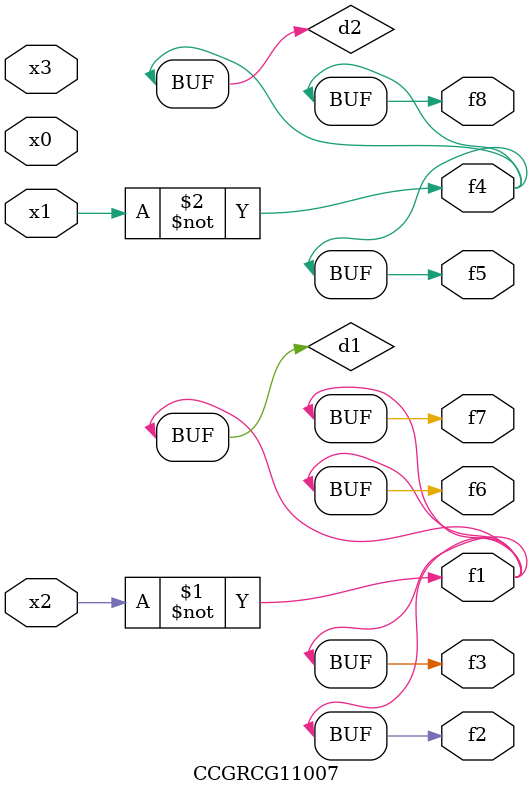
<source format=v>
module CCGRCG11007(
	input x0, x1, x2, x3,
	output f1, f2, f3, f4, f5, f6, f7, f8
);

	wire d1, d2;

	xnor (d1, x2);
	not (d2, x1);
	assign f1 = d1;
	assign f2 = d1;
	assign f3 = d1;
	assign f4 = d2;
	assign f5 = d2;
	assign f6 = d1;
	assign f7 = d1;
	assign f8 = d2;
endmodule

</source>
